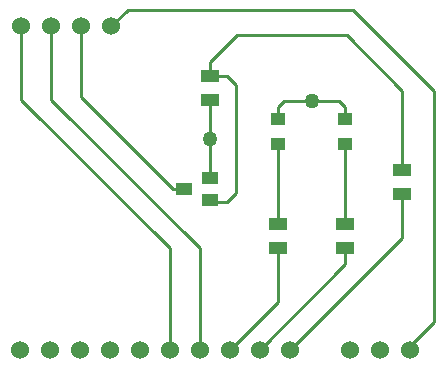
<source format=gtl>
G04*
G04 #@! TF.GenerationSoftware,Altium Limited,Altium Designer,21.6.4 (81)*
G04*
G04 Layer_Physical_Order=1*
G04 Layer_Color=255*
%FSLAX24Y24*%
%MOIN*%
G70*
G04*
G04 #@! TF.SameCoordinates,C872EA01-BEF4-4682-9824-B52BD61A81C0*
G04*
G04*
G04 #@! TF.FilePolarity,Positive*
G04*
G01*
G75*
%ADD10C,0.0100*%
%ADD19R,0.0472X0.0433*%
%ADD20R,0.0600X0.0400*%
%ADD21R,0.0551X0.0394*%
%ADD22C,0.0600*%
%ADD23C,0.0500*%
D10*
X12450Y8950D02*
Y9350D01*
X11350Y9550D02*
X12250D01*
X12450Y9350D01*
X10400Y9550D02*
X11350D01*
X10220Y8950D02*
Y9370D01*
X10400Y9550D01*
X7950Y6998D02*
Y8300D01*
Y9600D01*
X2650Y9600D02*
Y12050D01*
X7600Y1250D02*
Y4650D01*
X2650Y9600D02*
X7600Y4650D01*
X7075Y6633D02*
X7084Y6624D01*
X3650Y9700D02*
Y12050D01*
X6717Y6633D02*
X7075D01*
X3650Y9700D02*
X6717Y6633D01*
X1650Y9600D02*
Y12050D01*
Y9600D02*
X6600Y4650D01*
Y1250D02*
Y4650D01*
X8500Y10400D02*
X8800Y10100D01*
Y6500D02*
Y10100D01*
X8500Y6200D02*
X8800Y6500D01*
X8000Y6200D02*
X8500D01*
X7950Y6250D02*
X8000Y6200D01*
X7950Y10400D02*
X8500D01*
X7950Y10850D02*
X8850Y11750D01*
X7950Y10400D02*
Y10850D01*
X10200Y2850D02*
Y4650D01*
X8600Y1250D02*
X10200Y2850D01*
X9600Y1258D02*
X12450Y4108D01*
Y4650D01*
X14350Y5000D02*
Y6450D01*
X10600Y1250D02*
X14350Y5000D01*
X12500Y11750D02*
X14350Y9900D01*
Y7250D02*
Y9900D01*
X8850Y11750D02*
X12500D01*
X5200Y12600D02*
X12700D01*
X4650Y12050D02*
X5200Y12600D01*
X12700D02*
X15400Y9900D01*
Y2185D02*
Y9900D01*
X14600Y1385D02*
X15400Y2185D01*
X14600Y1250D02*
Y1385D01*
X12450Y5450D02*
Y8123D01*
X10200Y5450D02*
Y8123D01*
D19*
X12450D02*
D03*
Y8950D02*
D03*
X10200D02*
D03*
Y8123D02*
D03*
D20*
X7950Y10400D02*
D03*
Y9600D02*
D03*
X14350Y7250D02*
D03*
Y6450D02*
D03*
X12450Y5450D02*
D03*
Y4650D02*
D03*
X10200Y5450D02*
D03*
Y4650D02*
D03*
D21*
X7950Y6250D02*
D03*
X7084Y6624D02*
D03*
X7950Y6998D02*
D03*
D22*
X14600Y1250D02*
D03*
X13600D02*
D03*
X12600D02*
D03*
X10600D02*
D03*
X9600D02*
D03*
X8600D02*
D03*
X7600D02*
D03*
X6600D02*
D03*
X5600D02*
D03*
X4600D02*
D03*
X3600D02*
D03*
X2600D02*
D03*
X1600D02*
D03*
X4650Y12050D02*
D03*
X3650D02*
D03*
X2650D02*
D03*
X1650D02*
D03*
D23*
X7950Y8300D02*
D03*
X11350Y9550D02*
D03*
M02*

</source>
